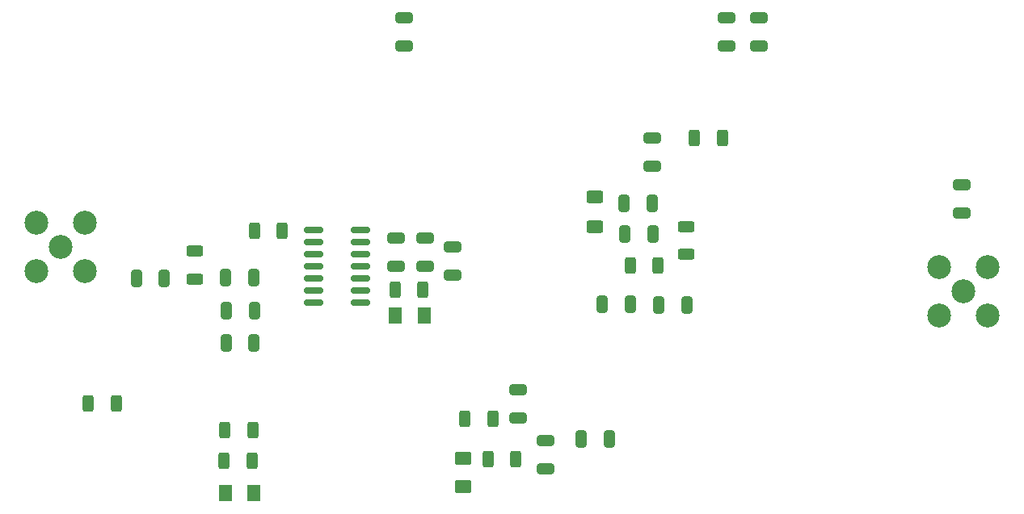
<source format=gbr>
%TF.GenerationSoftware,KiCad,Pcbnew,(6.0.7)*%
%TF.CreationDate,2023-02-12T14:45:51-05:00*%
%TF.ProjectId,Genesis_PA_Testing_v1,47656e65-7369-4735-9f50-415f54657374,rev?*%
%TF.SameCoordinates,Original*%
%TF.FileFunction,Paste,Top*%
%TF.FilePolarity,Positive*%
%FSLAX46Y46*%
G04 Gerber Fmt 4.6, Leading zero omitted, Abs format (unit mm)*
G04 Created by KiCad (PCBNEW (6.0.7)) date 2023-02-12 14:45:51*
%MOMM*%
%LPD*%
G01*
G04 APERTURE LIST*
G04 Aperture macros list*
%AMRoundRect*
0 Rectangle with rounded corners*
0 $1 Rounding radius*
0 $2 $3 $4 $5 $6 $7 $8 $9 X,Y pos of 4 corners*
0 Add a 4 corners polygon primitive as box body*
4,1,4,$2,$3,$4,$5,$6,$7,$8,$9,$2,$3,0*
0 Add four circle primitives for the rounded corners*
1,1,$1+$1,$2,$3*
1,1,$1+$1,$4,$5*
1,1,$1+$1,$6,$7*
1,1,$1+$1,$8,$9*
0 Add four rect primitives between the rounded corners*
20,1,$1+$1,$2,$3,$4,$5,0*
20,1,$1+$1,$4,$5,$6,$7,0*
20,1,$1+$1,$6,$7,$8,$9,0*
20,1,$1+$1,$8,$9,$2,$3,0*%
G04 Aperture macros list end*
%ADD10RoundRect,0.250000X0.625000X-0.400000X0.625000X0.400000X-0.625000X0.400000X-0.625000X-0.400000X0*%
%ADD11RoundRect,0.250000X0.312500X0.625000X-0.312500X0.625000X-0.312500X-0.625000X0.312500X-0.625000X0*%
%ADD12RoundRect,0.250000X-0.325000X-0.650000X0.325000X-0.650000X0.325000X0.650000X-0.325000X0.650000X0*%
%ADD13RoundRect,0.250000X0.325000X0.650000X-0.325000X0.650000X-0.325000X-0.650000X0.325000X-0.650000X0*%
%ADD14RoundRect,0.250000X0.650000X-0.325000X0.650000X0.325000X-0.650000X0.325000X-0.650000X-0.325000X0*%
%ADD15C,2.500000*%
%ADD16RoundRect,0.250000X-0.625000X0.312500X-0.625000X-0.312500X0.625000X-0.312500X0.625000X0.312500X0*%
%ADD17RoundRect,0.250000X-0.312500X-0.625000X0.312500X-0.625000X0.312500X0.625000X-0.312500X0.625000X0*%
%ADD18RoundRect,0.250001X0.462499X0.624999X-0.462499X0.624999X-0.462499X-0.624999X0.462499X-0.624999X0*%
%ADD19RoundRect,0.250001X-0.462499X-0.624999X0.462499X-0.624999X0.462499X0.624999X-0.462499X0.624999X0*%
%ADD20RoundRect,0.250000X-0.650000X0.325000X-0.650000X-0.325000X0.650000X-0.325000X0.650000X0.325000X0*%
%ADD21RoundRect,0.150000X-0.825000X-0.150000X0.825000X-0.150000X0.825000X0.150000X-0.825000X0.150000X0*%
%ADD22RoundRect,0.250001X-0.624999X0.462499X-0.624999X-0.462499X0.624999X-0.462499X0.624999X0.462499X0*%
G04 APERTURE END LIST*
D10*
%TO.C,R9*%
X140081000Y-113437000D03*
X140081000Y-110337000D03*
%TD*%
D11*
%TO.C,R16*%
X122112500Y-120015000D03*
X119187500Y-120015000D03*
%TD*%
%TO.C,R10*%
X129415000Y-133604000D03*
X126490000Y-133604000D03*
%TD*%
D12*
%TO.C,C14*%
X92060500Y-118872000D03*
X95010500Y-118872000D03*
%TD*%
D13*
%TO.C,C7*%
X143842000Y-121602500D03*
X140892000Y-121602500D03*
%TD*%
D14*
%TO.C,C21*%
X122301000Y-117553000D03*
X122301000Y-114603000D03*
%TD*%
D15*
%TO.C,J5*%
X84137500Y-115570000D03*
X81597500Y-118110000D03*
X86677500Y-113030000D03*
X86677500Y-118110000D03*
X81597500Y-113030000D03*
%TD*%
D16*
%TO.C,R6*%
X98171000Y-116012500D03*
X98171000Y-118937500D03*
%TD*%
D11*
%TO.C,R13*%
X104269000Y-134747000D03*
X101344000Y-134747000D03*
%TD*%
D14*
%TO.C,C22*%
X119316500Y-117553000D03*
X119316500Y-114603000D03*
%TD*%
%TO.C,C17*%
X132080000Y-133491500D03*
X132080000Y-130541500D03*
%TD*%
D12*
%TO.C,C15*%
X101395000Y-118745000D03*
X104345000Y-118745000D03*
%TD*%
D17*
%TO.C,R7*%
X104455500Y-113855500D03*
X107380500Y-113855500D03*
%TD*%
D12*
%TO.C,C11*%
X138669500Y-135699500D03*
X141619500Y-135699500D03*
%TD*%
D17*
%TO.C,R4*%
X128903000Y-137795000D03*
X131828000Y-137795000D03*
%TD*%
D11*
%TO.C,R3*%
X153483500Y-104140000D03*
X150558500Y-104140000D03*
%TD*%
D18*
%TO.C,L4*%
X122201000Y-122745500D03*
X119226000Y-122745500D03*
%TD*%
D17*
%TO.C,R15*%
X101280500Y-137985500D03*
X104205500Y-137985500D03*
%TD*%
D19*
%TO.C,L3*%
X101382500Y-141414500D03*
X104357500Y-141414500D03*
%TD*%
D20*
%TO.C,C16*%
X125222000Y-115555500D03*
X125222000Y-118505500D03*
%TD*%
D21*
%TO.C,U1*%
X115568500Y-113792000D03*
X115568500Y-115062000D03*
X115568500Y-116332000D03*
X115568500Y-117602000D03*
X115568500Y-118872000D03*
X115568500Y-120142000D03*
X115568500Y-121412000D03*
X110618500Y-121412000D03*
X110618500Y-120142000D03*
X110618500Y-118872000D03*
X110618500Y-117602000D03*
X110618500Y-116332000D03*
X110618500Y-115062000D03*
X110618500Y-113792000D03*
%TD*%
D15*
%TO.C,J3*%
X178752500Y-120205500D03*
X176212500Y-117665500D03*
X181292500Y-122745500D03*
X181292500Y-117665500D03*
X176212500Y-122745500D03*
%TD*%
D20*
%TO.C,C6*%
X146113500Y-104125500D03*
X146113500Y-107075500D03*
%TD*%
D13*
%TO.C,C18*%
X104408500Y-125666500D03*
X101458500Y-125666500D03*
%TD*%
%TO.C,C19*%
X104472000Y-122237500D03*
X101522000Y-122237500D03*
%TD*%
D20*
%TO.C,C4*%
X120142000Y-91489000D03*
X120142000Y-94439000D03*
%TD*%
D17*
%TO.C,R1*%
X143825500Y-117538500D03*
X146750500Y-117538500D03*
%TD*%
D20*
%TO.C,C9*%
X157289500Y-91489000D03*
X157289500Y-94439000D03*
%TD*%
D22*
%TO.C,L2*%
X126301500Y-137704500D03*
X126301500Y-140679500D03*
%TD*%
D11*
%TO.C,R5*%
X89981500Y-131953000D03*
X87056500Y-131953000D03*
%TD*%
D16*
%TO.C,R2*%
X149669500Y-113409000D03*
X149669500Y-116334000D03*
%TD*%
D20*
%TO.C,C8*%
X134937500Y-135875500D03*
X134937500Y-138825500D03*
%TD*%
%TO.C,C12*%
X178562000Y-109015000D03*
X178562000Y-111965000D03*
%TD*%
D13*
%TO.C,C2*%
X146128000Y-110998000D03*
X143178000Y-110998000D03*
%TD*%
%TO.C,C3*%
X146191500Y-114173000D03*
X143241500Y-114173000D03*
%TD*%
D20*
%TO.C,C13*%
X153924000Y-91489000D03*
X153924000Y-94439000D03*
%TD*%
D12*
%TO.C,C5*%
X146797500Y-121666000D03*
X149747500Y-121666000D03*
%TD*%
M02*

</source>
